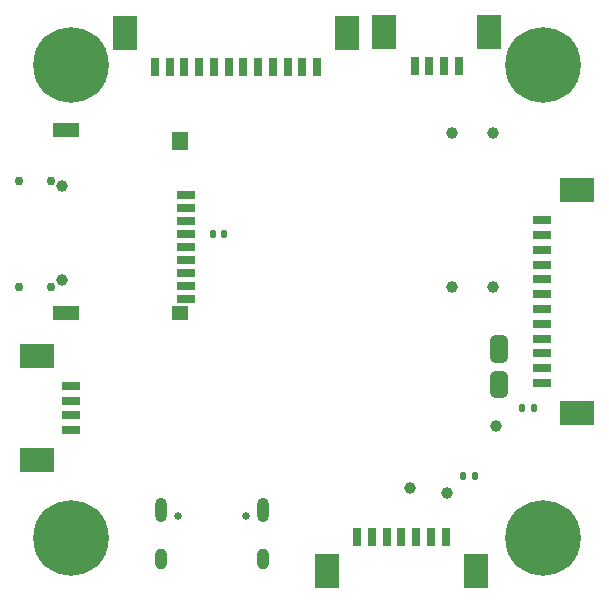
<source format=gbr>
%TF.GenerationSoftware,KiCad,Pcbnew,9.0.2*%
%TF.CreationDate,2025-07-11T20:28:03+01:00*%
%TF.ProjectId,MCU_AURA,4d43555f-4155-4524-912e-6b696361645f,rev?*%
%TF.SameCoordinates,Original*%
%TF.FileFunction,Soldermask,Bot*%
%TF.FilePolarity,Negative*%
%FSLAX46Y46*%
G04 Gerber Fmt 4.6, Leading zero omitted, Abs format (unit mm)*
G04 Created by KiCad (PCBNEW 9.0.2) date 2025-07-11 20:28:03*
%MOMM*%
%LPD*%
G01*
G04 APERTURE LIST*
G04 Aperture macros list*
%AMRoundRect*
0 Rectangle with rounded corners*
0 $1 Rounding radius*
0 $2 $3 $4 $5 $6 $7 $8 $9 X,Y pos of 4 corners*
0 Add a 4 corners polygon primitive as box body*
4,1,4,$2,$3,$4,$5,$6,$7,$8,$9,$2,$3,0*
0 Add four circle primitives for the rounded corners*
1,1,$1+$1,$2,$3*
1,1,$1+$1,$4,$5*
1,1,$1+$1,$6,$7*
1,1,$1+$1,$8,$9*
0 Add four rect primitives between the rounded corners*
20,1,$1+$1,$2,$3,$4,$5,0*
20,1,$1+$1,$4,$5,$6,$7,0*
20,1,$1+$1,$6,$7,$8,$9,0*
20,1,$1+$1,$8,$9,$2,$3,0*%
%AMFreePoly0*
4,1,23,0.500000,-0.750000,0.000000,-0.750000,0.000000,-0.745722,-0.065263,-0.745722,-0.191342,-0.711940,-0.304381,-0.646677,-0.396677,-0.554381,-0.461940,-0.441342,-0.495722,-0.315263,-0.495722,-0.250000,-0.500000,-0.250000,-0.500000,0.250000,-0.495722,0.250000,-0.495722,0.315263,-0.461940,0.441342,-0.396677,0.554381,-0.304381,0.646677,-0.191342,0.711940,-0.065263,0.745722,0.000000,0.745722,
0.000000,0.750000,0.500000,0.750000,0.500000,-0.750000,0.500000,-0.750000,$1*%
%AMFreePoly1*
4,1,23,0.000000,0.745722,0.065263,0.745722,0.191342,0.711940,0.304381,0.646677,0.396677,0.554381,0.461940,0.441342,0.495722,0.315263,0.495722,0.250000,0.500000,0.250000,0.500000,-0.250000,0.495722,-0.250000,0.495722,-0.315263,0.461940,-0.441342,0.396677,-0.554381,0.304381,-0.646677,0.191342,-0.711940,0.065263,-0.745722,0.000000,-0.745722,0.000000,-0.750000,-0.500000,-0.750000,
-0.500000,0.750000,0.000000,0.750000,0.000000,0.745722,0.000000,0.745722,$1*%
G04 Aperture macros list end*
%ADD10C,1.000000*%
%ADD11C,0.750000*%
%ADD12C,0.800000*%
%ADD13C,6.400000*%
%ADD14C,0.650000*%
%ADD15O,1.000000X2.100000*%
%ADD16O,1.000000X1.800000*%
%ADD17FreePoly0,270.000000*%
%ADD18FreePoly1,270.000000*%
%ADD19R,0.800000X1.600000*%
%ADD20R,2.100000X3.000000*%
%ADD21R,1.600000X0.700000*%
%ADD22R,1.400000X1.200000*%
%ADD23R,1.400000X1.600000*%
%ADD24R,2.200000X1.200000*%
%ADD25RoundRect,0.135000X-0.135000X-0.185000X0.135000X-0.185000X0.135000X0.185000X-0.135000X0.185000X0*%
%ADD26RoundRect,0.140000X-0.140000X-0.170000X0.140000X-0.170000X0.140000X0.170000X-0.140000X0.170000X0*%
%ADD27R,1.600000X0.800000*%
%ADD28R,3.000000X2.100000*%
%ADD29FreePoly0,90.000000*%
%ADD30FreePoly1,90.000000*%
G04 APERTURE END LIST*
%TO.C,JP101*%
G36*
X140500000Y-78850000D02*
G01*
X142000000Y-78850000D01*
X142000000Y-79150000D01*
X140500000Y-79150000D01*
X140500000Y-78850000D01*
G37*
%TO.C,JP100*%
G36*
X142000000Y-82150000D02*
G01*
X140500000Y-82150000D01*
X140500000Y-81850000D01*
X142000000Y-81850000D01*
X142000000Y-82150000D01*
G37*
%TD*%
D10*
%TO.C,TP103*%
X133750000Y-90750000D03*
%TD*%
D11*
%TO.C,S201*%
X103375000Y-73750000D03*
X100625000Y-73750000D03*
%TD*%
D12*
%TO.C,H3*%
X102600000Y-55000000D03*
X103302944Y-53302944D03*
X103302944Y-56697056D03*
X105000000Y-52600000D03*
D13*
X105000000Y-55000000D03*
D12*
X105000000Y-57400000D03*
X106697056Y-53302944D03*
X106697056Y-56697056D03*
X107400000Y-55000000D03*
%TD*%
%TO.C,H4*%
X142600000Y-55000000D03*
X143302944Y-53302944D03*
X143302944Y-56697056D03*
X145000000Y-52600000D03*
D13*
X145000000Y-55000000D03*
D12*
X145000000Y-57400000D03*
X146697056Y-53302944D03*
X146697056Y-56697056D03*
X147400000Y-55000000D03*
%TD*%
D11*
%TO.C,S200*%
X103375000Y-64750000D03*
X100625000Y-64750000D03*
%TD*%
D12*
%TO.C,H1*%
X102600000Y-95000000D03*
X103302944Y-93302944D03*
X103302944Y-96697056D03*
X105000000Y-92600000D03*
D13*
X105000000Y-95000000D03*
D12*
X105000000Y-97400000D03*
X106697056Y-93302944D03*
X106697056Y-96697056D03*
X107400000Y-95000000D03*
%TD*%
D14*
%TO.C,J100*%
X114110000Y-93145000D03*
X119890000Y-93145000D03*
D15*
X112680000Y-92645000D03*
X121320000Y-92645000D03*
D16*
X112680000Y-96825000D03*
X121320000Y-96825000D03*
%TD*%
D12*
%TO.C,H2*%
X142600000Y-95000000D03*
X143302944Y-93302944D03*
X143302944Y-96697056D03*
X145000000Y-92600000D03*
D13*
X145000000Y-95000000D03*
D12*
X145000000Y-97400000D03*
X146697056Y-93302944D03*
X146697056Y-96697056D03*
X147400000Y-95000000D03*
%TD*%
D10*
%TO.C,TP301*%
X140750000Y-60750000D03*
%TD*%
D17*
%TO.C,JP101*%
X141250000Y-78350000D03*
D18*
X141250000Y-79650000D03*
%TD*%
D19*
%TO.C,J408*%
X134125000Y-55066000D03*
X135375000Y-55066000D03*
X136625000Y-55066000D03*
X137875000Y-55066000D03*
D20*
X140425000Y-52166000D03*
X131575000Y-52166000D03*
%TD*%
D19*
%TO.C,J406*%
X112125000Y-55142000D03*
X113375000Y-55142000D03*
X114625000Y-55142000D03*
X115875000Y-55142000D03*
X117125000Y-55142000D03*
X118375000Y-55142000D03*
X119625000Y-55142000D03*
X120875000Y-55142000D03*
X122125000Y-55142000D03*
X123375000Y-55142000D03*
X124625000Y-55142000D03*
X125875000Y-55142000D03*
D20*
X109575000Y-52242000D03*
X128425000Y-52242000D03*
%TD*%
D10*
%TO.C,TP102*%
X141000000Y-85500000D03*
%TD*%
%TO.C,J1*%
X104250000Y-73180000D03*
X104250000Y-65200000D03*
D21*
X114750000Y-66000000D03*
X114750000Y-67100000D03*
X114750000Y-68200000D03*
X114750000Y-69300000D03*
X114750000Y-70400000D03*
X114750000Y-71500000D03*
X114750000Y-72600000D03*
X114750000Y-73700000D03*
X114750000Y-74800000D03*
D22*
X114250000Y-76000000D03*
D23*
X114250000Y-61400000D03*
D24*
X104650000Y-76000000D03*
X104650000Y-60500000D03*
%TD*%
D25*
%TO.C,R109*%
X138240000Y-89750000D03*
X139260000Y-89750000D03*
%TD*%
D26*
%TO.C,C306*%
X117020000Y-69250000D03*
X117980000Y-69250000D03*
%TD*%
D27*
%TO.C,J403*%
X144950000Y-68125000D03*
X144950000Y-69375000D03*
X144950000Y-70625000D03*
X144950000Y-71875000D03*
X144950000Y-73125000D03*
X144950000Y-74375000D03*
X144950000Y-75625000D03*
X144950000Y-76875000D03*
X144950000Y-78125000D03*
X144950000Y-79375000D03*
X144950000Y-80625000D03*
X144950000Y-81875000D03*
D28*
X147850000Y-65575000D03*
X147850000Y-84425000D03*
%TD*%
D27*
%TO.C,J401*%
X105066000Y-85875000D03*
X105066000Y-84625000D03*
X105066000Y-83375000D03*
X105066000Y-82125000D03*
D28*
X102166000Y-79575000D03*
X102166000Y-88425000D03*
%TD*%
D10*
%TO.C,TP105*%
X136880000Y-91170000D03*
%TD*%
D19*
%TO.C,J404*%
X136750000Y-94900000D03*
X135500000Y-94900000D03*
X134250000Y-94900000D03*
X133000000Y-94900000D03*
X131750000Y-94900000D03*
X130500000Y-94900000D03*
X129250000Y-94900000D03*
D20*
X139300000Y-97800000D03*
X126700000Y-97800000D03*
%TD*%
D29*
%TO.C,JP100*%
X141250000Y-82650000D03*
D30*
X141250000Y-81350000D03*
%TD*%
D25*
%TO.C,R105*%
X143240000Y-84000000D03*
X144260000Y-84000000D03*
%TD*%
D10*
%TO.C,TP302*%
X137250000Y-73750000D03*
%TD*%
%TO.C,TP300*%
X137250000Y-60750000D03*
%TD*%
%TO.C,TP106*%
X140750000Y-73750000D03*
%TD*%
M02*

</source>
